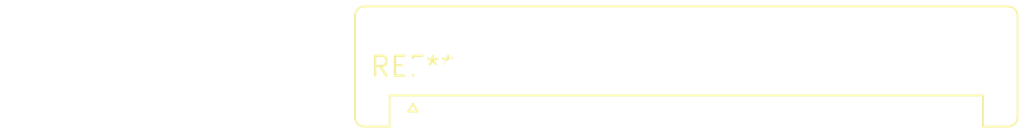
<source format=kicad_pcb>
(kicad_pcb (version 20240108) (generator pcbnew)
  (layers (0 "F.Cu" signal) (31 "B.Cu" signal) (34 "B.Paste" user) (35 "F.Paste" user) (36 "B.SilkS" user "B.Silkscreen") (37 "F.SilkS" user "F.Silkscreen") (38 "B.Mask" user) (39 "F.Mask" user) (44 "Edge.Cuts" user))
  (net 0 "")
  (footprint "Stocko_MKS_1665-6-0-1515_1x15_P2.50mm_Vertical" (layer "F.Cu") (at 0 0)
    (property "Reference" "REF**")
    (property "Value" "Stocko_MKS_1665-6-0-1515_1x15_P2.50mm_Vertical")
    (fp_line (start -3.71 -3.25) (end -3.71 3.25) (layer "F.SilkS") (stroke (width 0.12)))
    (fp_line (start -3.1 -3.86) (end 38.1 -3.86) (layer "F.SilkS") (stroke (width 0.12)))
    (fp_line (start -3.1 3.86) (end -1.49 3.86) (layer "F.SilkS") (stroke (width 0.12)))
    (fp_line (start -1.49 1.86) (end 36.49 1.86) (layer "F.SilkS") (stroke (width 0.12)))
    (fp_line (start -1.49 3.86) (end -1.49 1.86) (layer "F.SilkS") (stroke (width 0.12)))
    (fp_line (start -0.3 2.9) (end 0.3 2.9) (layer "F.SilkS") (stroke (width 0.12)))
    (fp_line (start 0 2.4) (end -0.3 2.9) (layer "F.SilkS") (stroke (width 0.12)))
    (fp_line (start 0.3 2.9) (end 0 2.4) (layer "F.SilkS") (stroke (width 0.12)))
    (fp_line (start 36.49 3.86) (end 36.49 1.86) (layer "F.SilkS") (stroke (width 0.12)))
    (fp_line (start 38.1 3.86) (end 36.49 3.86) (layer "F.SilkS") (stroke (width 0.12)))
    (fp_line (start 38.71 -3.25) (end 38.71 3.25) (layer "F.SilkS") (stroke (width 0.12)))
    (fp_arc (start -3.71 -3.25) (mid -3.531335 -3.681335) (end -3.1 -3.86) (layer "F.SilkS") (stroke (width 0.12)))
    (fp_arc (start -3.1 3.86) (mid -3.531335 3.681335) (end -3.71 3.25) (layer "F.SilkS") (stroke (width 0.12)))
    (fp_arc (start 38.1 -3.86) (mid 38.531335 -3.681335) (end 38.71 -3.25) (layer "F.SilkS") (stroke (width 0.12)))
    (fp_arc (start 38.71 3.25) (mid 38.531335 3.681335) (end 38.1 3.86) (layer "F.SilkS") (stroke (width 0.12)))
    (pad "1" thru_hole roundrect (at 0 0) (size 1.5 2) (drill 1) (layers *.Cu *.Mask) (remove_unused_layers))
    (pad "2" thru_hole oval (at 2.5 0) (size 1.5 2) (drill 1) (layers *.Cu *.Mask) (remove_unused_layers))
    (pad "3" thru_hole oval (at 5 0) (size 1.5 2) (drill 1) (layers *.Cu *.Mask) (remove_unused_layers))
    (pad "4" thru_hole oval (at 7.5 0) (size 1.5 2) (drill 1) (layers *.Cu *.Mask) (remove_unused_layers))
    (pad "5" thru_hole oval (at 10 0) (size 1.5 2) (drill 1) (layers *.Cu *.Mask) (remove_unused_layers))
    (pad "6" thru_hole oval (at 12.5 0) (size 1.5 2) (drill 1) (layers *.Cu *.Mask) (remove_unused_layers))
    (pad "7" thru_hole oval (at 15 0) (size 1.5 2) (drill 1) (layers *.Cu *.Mask) (remove_unused_layers))
    (pad "8" thru_hole oval (at 17.5 0) (size 1.5 2) (drill 1) (layers *.Cu *.Mask) (remove_unused_layers))
    (pad "9" thru_hole oval (at 20 0) (size 1.5 2) (drill 1) (layers *.Cu *.Mask) (remove_unused_layers))
    (pad "10" thru_hole oval (at 22.5 0) (size 1.5 2) (drill 1) (layers *.Cu *.Mask) (remove_unused_layers))
    (pad "11" thru_hole oval (at 25 0) (size 1.5 2) (drill 1) (layers *.Cu *.Mask) (remove_unused_layers))
    (pad "12" thru_hole oval (at 27.5 0) (size 1.5 2) (drill 1) (layers *.Cu *.Mask) (remove_unused_layers))
    (pad "13" thru_hole oval (at 30 0) (size 1.5 2) (drill 1) (layers *.Cu *.Mask) (remove_unused_layers))
    (pad "14" thru_hole oval (at 32.5 0) (size 1.5 2) (drill 1) (layers *.Cu *.Mask) (remove_unused_layers))
    (pad "15" thru_hole oval (at 35 0) (size 1.5 2) (drill 1) (layers *.Cu *.Mask) (remove_unused_layers))
  )
)
</source>
